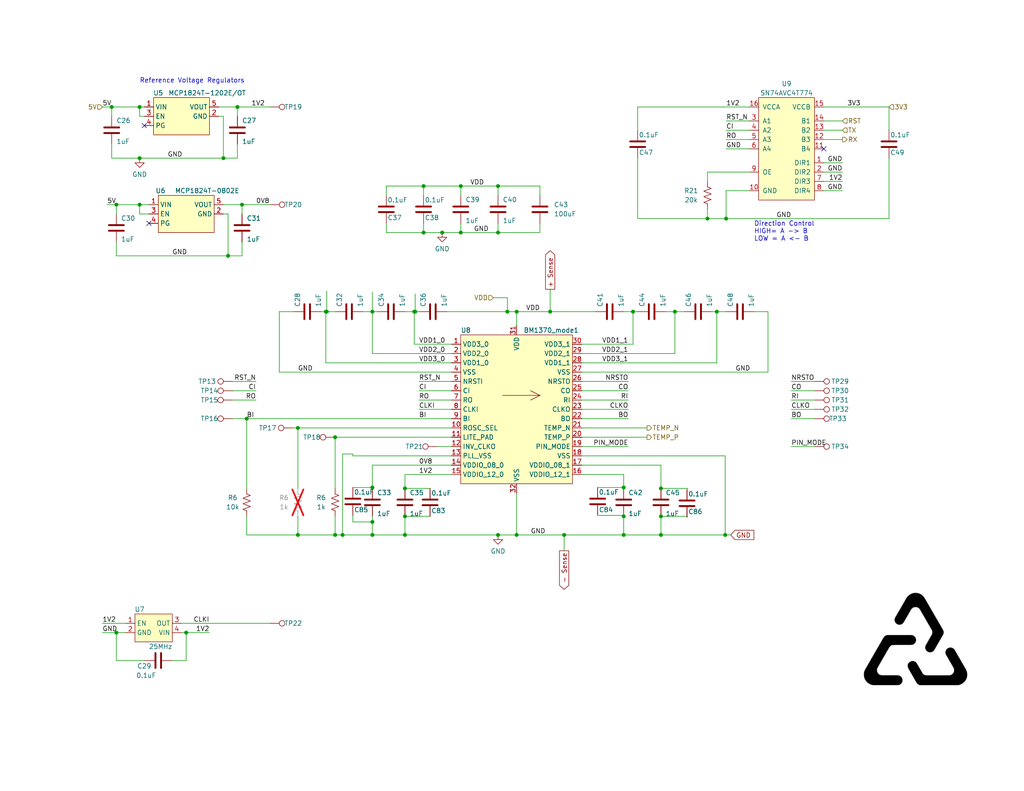
<source format=kicad_sch>
(kicad_sch (version 20250114) (generator "eeschema") (generator_version "9.0")
  (paper "A")
  (title_block (title "bitaxeGamma 605 Kit") (date "2025-12-20") (rev "605 A01") (company "Oconical") (comment 1 "12VDC  input. Larger Parts For Eductional Soldering Kit ") (comment 2 "Uses Socket 115x CPU Heat Sink") (comment 3 "Added external 5V regulator for better dissipatioin of U2") (comment 4 "Added 5V regulator to logic circuit ") (comment 5 "12V fan. Enhanced power filtering."))
  (lib_symbols
    (symbol "Connector:TestPoint" (pin_numbers (hide yes)) (pin_names (offset 0.762) (hide yes))
      (property "Reference" "TP" (at 0 6.858 0))
      (property "Value" "TestPoint" (at 0 5.08 0))
      (symbol "TestPoint_0_1"
        (circle (center 0 3.302) (radius 0.762))
      )
      (symbol "TestPoint_1_1"
        (pin passive line (at 0 0 90) (length 2.54) (name "1") (number "1"))
      )
    )
    (symbol "Device:C" (pin_numbers (hide yes)) (pin_names (offset 0.254))
      (property "Reference" "C" (at 0.635 2.54 0))
      (property "Value" "C" (at 0.635 -2.54 0))
      (symbol "C_0_1"
        (polyline (pts (xy -2.032 0.762) (xy 2.032 0.762)) (stroke (width 0.508)))
        (polyline (pts (xy -2.032 -0.762) (xy 2.032 -0.762)) (stroke (width 0.508)))
      )
      (symbol "C_1_1"
        (pin passive line (at 0 3.81 270) (length 2.794) (name "~") (number "1"))
        (pin passive line (at 0 -3.81 90) (length 2.794) (name "~") (number "2"))
      )
    )
    (symbol "Device:R_US" (pin_numbers (hide yes)) (pin_names (offset 0))
      (property "Reference" "R" (at 2.54 0 90))
      (property "Value" "R_US" (at -2.54 0 90))
      (symbol "R_US_0_1"
        (polyline (pts (xy 0 2.286) (xy 0 2.54)))
        (polyline (pts (xy 0 2.286) (xy 1.016 1.905) (xy 0 1.524) (xy -1.016 1.143) (xy 0 0.762)))
        (polyline (pts (xy 0 0.762) (xy 1.016 0.381) (xy 0 0) (xy -1.016 -0.381) (xy 0 -0.762)))
        (polyline (pts (xy 0 -0.762) (xy 1.016 -1.143) (xy 0 -1.524) (xy -1.016 -1.905) (xy 0 -2.286)))
        (polyline (pts (xy 0 -2.286) (xy 0 -2.54)))
      )
      (symbol "R_US_1_1"
        (pin passive line (at 0 3.81 270) (length 1.27) (name "~") (number "1"))
        (pin passive line (at 0 -3.81 90) (length 1.27) (name "~") (number "2"))
      )
    )
    (symbol "MCP1824_1"
      (property "Reference" "U" (at -7.62 5.08 0))
      (property "Value" "MCP1824_1" (at 5.08 5.08 0))
      (symbol "MCP1824_1_0_1"
        (rectangle (start -7.62 3.81) (end 7.62 -6.35) (stroke (width 0.1524)) (fill (type background)))
      )
      (symbol "MCP1824_1_1_0"
        (pin bidirectional line (at -10.16 1.27 0) (length 2.54) (name "VIN") (number "1"))
        (pin bidirectional line (at -10.16 -1.27 0) (length 2.54) (name "EN") (number "3"))
        (pin bidirectional line (at -10.16 -3.81 0) (length 2.54) (name "PG") (number "4"))
        (pin bidirectional line (at 10.16 1.27 180) (length 2.54) (name "VOUT") (number "5"))
        (pin bidirectional line (at 10.16 -1.27 180) (length 2.54) (name "GND") (number "2"))
      )
    )
    (symbol "bitaxe:BM1370_mode1"
      (property "Reference" "U4" (at -15.24 21.59 0))
      (property "Value" "BM1370_mode1" (at 1.905 21.59 0))
      (symbol "BM1370_mode1_0_1"
        (rectangle (start -15.24 20.32) (end 15.24 -20.32) (fill (type background)))
        (polyline (pts (xy -3.81 3.81) (xy 6.35 3.81)))
        (polyline (pts (xy 3.81 5.08) (xy 6.35 3.81)))
        (polyline (pts (xy 3.81 2.54) (xy 6.35 3.81)))
      )
      (symbol "BM1370_mode1_1_1"
        (pin power_in line (at -17.78 17.78 0) (length 2.54) (name "VDD3_0") (number "1"))
        (pin power_in line (at -17.78 15.24 0) (length 2.54) (name "VDD2_0") (number "2"))
        (pin power_in line (at -17.78 12.7 0) (length 2.54) (name "VDD1_0") (number "3"))
        (pin power_in line (at -17.78 10.16 0) (length 2.54) (name "VSS") (number "4"))
        (pin input line (at -17.78 7.62 0) (length 2.54) (name "NRSTI") (number "5"))
        (pin input line (at -17.78 5.08 0) (length 2.54) (name "CI") (number "6"))
        (pin output line (at -17.78 2.54 0) (length 2.54) (name "RO") (number "7"))
        (pin input line (at -17.78 0 0) (length 2.54) (name "CLKI") (number "8"))
        (pin input line (at -17.78 -2.54 0) (length 2.54) (name "BI") (number "9"))
        (pin unspecified line (at -17.78 -5.08 0) (length 2.54) (name "ROSC_SEL") (number "10"))
        (pin unspecified line (at -17.78 -7.62 0) (length 2.54) (name "LITE_PAD") (number "11"))
        (pin unspecified line (at -17.78 -10.16 0) (length 2.54) (name "INV_CLKO") (number "12"))
        (pin power_in line (at -17.78 -12.7 0) (length 2.54) (name "PLL_VSS") (number "13"))
        (pin power_in line (at -17.78 -15.24 0) (length 2.54) (name "VDDIO_08_0") (number "14"))
        (pin power_in line (at -17.78 -17.78 0) (length 2.54) (name "VDDIO_12_0") (number "15"))
        (pin power_in line (at 0 22.86 270) (length 2.54) (name "VDD") (number "31"))
        (pin power_in line (at 0 -22.86 90) (length 2.54) (name "VSS") (number "32"))
        (pin power_in line (at 17.78 17.78 180) (length 2.54) (name "VDD3_1") (number "30"))
        (pin power_in line (at 17.78 15.24 180) (length 2.54) (name "VDD2_1") (number "29"))
        (pin power_in line (at 17.78 12.7 180) (length 2.54) (name "VDD1_1") (number "28"))
        (pin power_in line (at 17.78 10.16 180) (length 2.54) (name "VSS") (number "27"))
        (pin output line (at 17.78 7.62 180) (length 2.54) (name "NRSTO") (number "26"))
        (pin output line (at 17.78 5.08 180) (length 2.54) (name "CO") (number "25"))
        (pin input line (at 17.78 2.54 180) (length 2.54) (name "RI") (number "24"))
        (pin output line (at 17.78 0 180) (length 2.54) (name "CLKO") (number "23"))
        (pin output line (at 17.78 -2.54 180) (length 2.54) (name "BO") (number "22"))
        (pin unspecified line (at 17.78 -5.08 180) (length 2.54) (name "TEMP_N") (number "21"))
        (pin unspecified line (at 17.78 -7.62 180) (length 2.54) (name "TEMP_P") (number "20"))
        (pin input line (at 17.78 -10.16 180) (length 2.54) (name "PIN_MODE") (number "19"))
        (pin power_in line (at 17.78 -12.7 180) (length 2.54) (name "VSS") (number "18"))
        (pin power_in line (at 17.78 -15.24 180) (length 2.54) (name "VDDIO_08_1") (number "17"))
        (pin power_in line (at 17.78 -17.78 180) (length 2.54) (name "VDDIO_12_1") (number "16"))
      )
    )
    (symbol "bitaxe:MCP1824"
      (property "Reference" "U" (at -7.62 5.08 0))
      (property "Value" "MCP1824" (at 5.08 5.08 0))
      (symbol "MCP1824_0_1"
        (rectangle (start -7.62 3.81) (end 7.62 -6.35) (stroke (width 0.1524)) (fill (type background)))
      )
      (symbol "MCP1824_1_0"
        (pin bidirectional line (at -10.16 1.27 0) (length 2.54) (name "VIN") (number "1"))
        (pin bidirectional line (at -10.16 -1.27 0) (length 2.54) (name "EN") (number "3"))
        (pin bidirectional line (at -10.16 -3.81 0) (length 2.54) (name "PG") (number "4"))
        (pin bidirectional line (at 10.16 1.27 180) (length 2.54) (name "VOUT") (number "5"))
        (pin bidirectional line (at 10.16 -1.27 180) (length 2.54) (name "GND") (number "2"))
      )
    )
    (symbol "bitaxe:SN74AVC4T774" (pin_names (offset 1.016))
      (property "Reference" "U" (at -6.35 12.7 0))
      (property "Value" "SN74AVC4T774" (at -7.62 -19.05 0))
      (symbol "SN74AVC4T774_0_0"
        (rectangle (start -7.62 11.43) (end 7.62 -16.51) (stroke (width 0.1524)) (fill (type background)))
      )
      (symbol "SN74AVC4T774_1_0"
        (pin power_in line (at -10.16 8.89 0) (length 2.54) (name "VCCA") (number "16"))
        (pin bidirectional line (at -10.16 5.08 0) (length 2.54) (name "A1") (number "3"))
        (pin bidirectional line (at -10.16 2.54 0) (length 2.54) (name "A2") (number "4"))
        (pin bidirectional line (at -10.16 0 0) (length 2.54) (name "A3") (number "5"))
        (pin bidirectional line (at -10.16 -2.54 0) (length 2.54) (name "A4") (number "6"))
        (pin input line (at -10.16 -8.89 0) (length 2.54) (name "OE") (number "9"))
        (pin power_in line (at -10.16 -13.97 0) (length 2.54) (name "GND") (number "10"))
        (pin power_in line (at 10.16 8.89 180) (length 2.54) (name "VCCB") (number "15"))
        (pin bidirectional line (at 10.16 5.08 180) (length 2.54) (name "B1") (number "14"))
        (pin bidirectional line (at 10.16 2.54 180) (length 2.54) (name "B2") (number "13"))
        (pin bidirectional line (at 10.16 0 180) (length 2.54) (name "B3") (number "12"))
        (pin bidirectional line (at 10.16 -2.54 180) (length 2.54) (name "B4") (number "11"))
        (pin input line (at 10.16 -6.35 180) (length 2.54) (name "DIR1") (number "1"))
        (pin input line (at 10.16 -8.89 180) (length 2.54) (name "DIR2") (number "2"))
        (pin input line (at 10.16 -11.43 180) (length 2.54) (name "DIR3") (number "7"))
        (pin input line (at 10.16 -13.97 180) (length 2.54) (name "DIR4") (number "8"))
      )
    )
    (symbol "bitaxe:oscillator"
      (property "Reference" "U" (at -3.81 5.08 0))
      (property "Value" "oscillator" (at 0 -5.08 0))
      (symbol "oscillator_0_1"
        (rectangle (start -5.08 3.81) (end 5.08 -3.81) (stroke (width 0.1524)) (fill (type background)))
      )
      (symbol "oscillator_1_0"
        (pin bidirectional line (at -7.62 1.27 0) (length 2.54) (name "EN") (number "1"))
        (pin bidirectional line (at -7.62 -1.27 0) (length 2.54) (name "GND") (number "2"))
        (pin bidirectional line (at 7.62 1.27 180) (length 2.54) (name "OUT") (number "3"))
        (pin bidirectional line (at 7.62 -1.27 180) (length 2.54) (name "VIN") (number "4"))
      )
    )
    (symbol "power:GND" (power) (pin_names (offset 0))
      (property "Value" "GND" (at 0 -3.81 0))
      (symbol "GND_0_1"
        (polyline (pts (xy 0 0) (xy 0 -1.27) (xy 1.27 -1.27) (xy 0 -2.54) (xy -1.27 -1.27) (xy 0 -1.27)))
      )
      (symbol "GND_1_1"
        (pin power_in line (at 0 0 270) (length 0) (hide yes) (name "GND") (number "1"))
      )
    )
  )
  (text "Reference Voltage Regulators" (at 38.1 22.86 0) (effects (font (size 1.27 1.27)) (justify left bottom)))
  (text "Direction Control\nHIGH= A -> B\nLOW = A <- B" (at 205.74 66.04 0) (effects (font (size 1.27 1.27)) (justify left bottom)))
  (junction (at 180.34 146.05))
  (junction (at 184.15 85.09))
  (junction (at 115.57 63.5) (diameter 0.9144))
  (junction (at 180.34 133.35))
  (junction (at 197.866 146.05))
  (junction (at 38.1 43.18))
  (junction (at 67.31 114.3))
  (junction (at 30.48 29.21) (diameter 0.9144))
  (junction (at 110.49 140.97))
  (junction (at 125.73 50.8) (diameter 0.9144))
  (junction (at 135.89 50.8))
  (junction (at 38.1 55.88))
  (junction (at 135.89 63.5))
  (junction (at 81.28 116.84))
  (junction (at 120.65 63.5))
  (junction (at 101.6 142.494))
  (junction (at 62.23 69.85) (diameter 0.9144))
  (junction (at 101.6 85.09))
  (junction (at 101.6 146.05))
  (junction (at 150.114 85.09))
  (junction (at 91.44 119.38))
  (junction (at 180.34 140.97))
  (junction (at 113.03 85.09))
  (junction (at 110.49 146.05))
  (junction (at 101.6 133.096))
  (junction (at 64.77 29.21) (diameter 0.9144))
  (junction (at 110.49 133.35))
  (junction (at 50.8 172.72))
  (junction (at 138.43 85.09))
  (junction (at 135.89 146.05))
  (junction (at 91.44 146.05))
  (junction (at 31.75 55.88) (diameter 0.9144))
  (junction (at 125.73 63.5) (diameter 0.9144))
  (junction (at 198.12 59.69))
  (junction (at 170.18 146.05))
  (junction (at 172.72 85.09))
  (junction (at 81.28 146.05))
  (junction (at 170.18 140.97))
  (junction (at 60.96 43.18) (diameter 0.9144))
  (junction (at 195.58 85.09))
  (junction (at 38.1 29.21))
  (junction (at 88.9 85.09))
  (junction (at 170.18 133.096))
  (junction (at 193.04 59.69))
  (junction (at 140.97 85.09))
  (junction (at 89.154 85.09))
  (junction (at 113.284 85.09))
  (junction (at 31.75 172.72))
  (junction (at 115.57 50.8) (diameter 0.9144))
  (junction (at 140.97 146.05))
  (junction (at 93.472 146.05))
  (junction (at 153.924 146.05))
  (junction (at 66.04 55.88) (diameter 0.9144))
  (no_connect (at 40.64 60.96))
  (no_connect (at 224.79 40.64))
  (no_connect (at 39.37 34.29))
  (wire (pts (xy 101.6 142.494) (xy 101.6 146.05)))
  (wire (pts (xy 89.154 79.502) (xy 89.154 85.09)))
  (wire (pts (xy 31.75 180.34) (xy 31.75 172.72)))
  (wire (pts (xy 180.34 146.05) (xy 197.866 146.05)))
  (wire (pts (xy 101.6 127) (xy 123.19 127)))
  (wire (pts (xy 105.41 60.96) (xy 105.41 63.5)))
  (wire (pts (xy 110.49 129.54) (xy 110.49 133.35)))
  (wire (pts (xy 242.57 29.21) (xy 242.57 35.56)))
  (wire (pts (xy 88.9 99.06) (xy 88.9 85.09)))
  (wire (pts (xy 187.706 133.35) (xy 180.34 133.35)))
  (wire (pts (xy 198.12 59.69) (xy 242.57 59.69)))
  (wire (pts (xy 140.97 134.62) (xy 140.97 146.05)))
  (wire (pts (xy 134.62 81.28) (xy 138.43 81.28)))
  (wire (pts (xy 91.44 140.97) (xy 91.44 146.05)))
  (wire (pts (xy 215.9 114.3) (xy 222.25 114.3)))
  (wire (pts (xy 125.73 53.34) (xy 125.73 50.8)))
  (wire (pts (xy 115.57 63.5) (xy 105.41 63.5)))
  (wire (pts (xy 195.58 99.06) (xy 195.58 85.09)))
  (wire (pts (xy 198.12 52.07) (xy 198.12 59.69)))
  (wire (pts (xy 114.3 104.14) (xy 123.19 104.14)))
  (wire (pts (xy 110.49 85.09) (xy 113.03 85.09)))
  (wire (pts (xy 101.6 133.096) (xy 101.6 133.35)))
  (wire (pts (xy 117.348 133.35) (xy 110.49 133.35)))
  (wire (pts (xy 158.75 121.92) (xy 171.45 121.92)))
  (wire (pts (xy 150.114 85.09) (xy 140.97 85.09)))
  (wire (pts (xy 64.77 39.37) (xy 64.77 43.18)))
  (wire (pts (xy 158.75 124.46) (xy 197.866 124.46)))
  (wire (pts (xy 158.75 93.98) (xy 172.72 93.98)))
  (wire (pts (xy 81.28 146.05) (xy 91.44 146.05)))
  (wire (pts (xy 60.96 31.75) (xy 59.69 31.75)))
  (wire (pts (xy 31.75 55.88) (xy 38.1 55.88)))
  (wire (pts (xy 158.75 104.14) (xy 171.45 104.14)))
  (wire (pts (xy 163.322 140.716) (xy 170.18 140.716)))
  (wire (pts (xy 113.03 85.09) (xy 113.284 85.09)))
  (wire (pts (xy 101.6 127) (xy 101.6 133.096)))
  (wire (pts (xy 76.2 101.6) (xy 76.2 85.09)))
  (wire (pts (xy 93.472 146.05) (xy 101.6 146.05)))
  (wire (pts (xy 101.6 146.05) (xy 110.49 146.05)))
  (wire (pts (xy 162.56 85.09) (xy 150.114 85.09)))
  (wire (pts (xy 184.15 85.09) (xy 186.69 85.09)))
  (wire (pts (xy 46.99 180.34) (xy 50.8 180.34)))
  (wire (pts (xy 209.55 85.09) (xy 205.74 85.09)))
  (wire (pts (xy 115.57 53.34) (xy 115.57 50.8)))
  (wire (pts (xy 197.866 124.46) (xy 197.866 146.05)))
  (wire (pts (xy 99.06 85.09) (xy 101.6 85.09)))
  (wire (pts (xy 62.23 58.42) (xy 60.96 58.42)))
  (wire (pts (xy 135.89 60.96) (xy 135.89 63.5)))
  (wire (pts (xy 193.04 59.69) (xy 193.04 57.15)))
  (wire (pts (xy 242.57 43.18) (xy 242.57 59.69)))
  (wire (pts (xy 150.114 78.994) (xy 150.114 85.09)))
  (wire (pts (xy 89.154 85.09) (xy 91.44 85.09)))
  (wire (pts (xy 180.34 127) (xy 180.34 133.35)))
  (wire (pts (xy 64.77 43.18) (xy 60.96 43.18)))
  (wire (pts (xy 31.75 66.04) (xy 31.75 69.85)))
  (wire (pts (xy 158.75 109.22) (xy 171.45 109.22)))
  (wire (pts (xy 153.924 150.368) (xy 153.924 146.05)))
  (wire (pts (xy 172.72 93.98) (xy 172.72 85.09)))
  (wire (pts (xy 50.8 172.72) (xy 57.15 172.72)))
  (wire (pts (xy 147.32 60.96) (xy 147.32 63.5)))
  (wire (pts (xy 158.75 96.52) (xy 184.15 96.52)))
  (wire (pts (xy 31.75 55.88) (xy 31.75 58.42)))
  (wire (pts (xy 67.31 140.97) (xy 67.31 146.05)))
  (wire (pts (xy 209.55 101.6) (xy 209.55 85.09)))
  (wire (pts (xy 62.23 69.85) (xy 31.75 69.85)))
  (wire (pts (xy 66.04 66.04) (xy 66.04 69.85)))
  (wire (pts (xy 96.266 142.494) (xy 101.6 142.494)))
  (wire (pts (xy 224.79 35.56) (xy 229.87 35.56)))
  (wire (pts (xy 66.04 55.88) (xy 73.66 55.88)))
  (wire (pts (xy 215.9 106.68) (xy 222.25 106.68)))
  (wire (pts (xy 81.28 140.97) (xy 81.28 146.05)))
  (wire (pts (xy 50.8 180.34) (xy 50.8 172.72)))
  (wire (pts (xy 135.89 50.8) (xy 147.32 50.8)))
  (wire (pts (xy 113.03 93.98) (xy 123.19 93.98)))
  (wire (pts (xy 66.04 69.85) (xy 62.23 69.85)))
  (wire (pts (xy 67.31 114.3) (xy 123.19 114.3)))
  (wire (pts (xy 38.1 58.42) (xy 38.1 55.88)))
  (wire (pts (xy 114.3 106.68) (xy 123.19 106.68)))
  (wire (pts (xy 30.48 39.37) (xy 30.48 43.18)))
  (wire (pts (xy 38.1 29.21) (xy 39.37 29.21)))
  (wire (pts (xy 115.57 60.96) (xy 115.57 63.5)))
  (wire (pts (xy 96.266 133.096) (xy 101.6 133.096)))
  (wire (pts (xy 121.92 85.09) (xy 138.43 85.09)))
  (wire (pts (xy 120.65 63.5) (xy 115.57 63.5)))
  (wire (pts (xy 62.23 58.42) (xy 62.23 69.85)))
  (wire (pts (xy 87.63 85.09) (xy 88.9 85.09)))
  (wire (pts (xy 101.6 79.756) (xy 101.6 85.09)))
  (wire (pts (xy 91.44 119.38) (xy 91.44 133.35)))
  (wire (pts (xy 158.75 99.06) (xy 195.58 99.06)))
  (wire (pts (xy 123.19 101.6) (xy 76.2 101.6)))
  (wire (pts (xy 96.266 124.46) (xy 123.19 124.46)))
  (wire (pts (xy 101.6 96.52) (xy 123.19 96.52)))
  (wire (pts (xy 81.28 116.84) (xy 123.19 116.84)))
  (wire (pts (xy 180.34 140.97) (xy 187.452 140.97)))
  (wire (pts (xy 88.9 99.06) (xy 123.19 99.06)))
  (wire (pts (xy 138.43 81.28) (xy 138.43 85.09)))
  (wire (pts (xy 158.75 127) (xy 180.34 127)))
  (wire (pts (xy 38.1 31.75) (xy 39.37 31.75)))
  (wire (pts (xy 113.284 80.264) (xy 113.284 85.09)))
  (wire (pts (xy 215.9 121.92) (xy 222.25 121.92)))
  (wire (pts (xy 125.73 60.96) (xy 125.73 63.5)))
  (wire (pts (xy 224.79 38.1) (xy 229.87 38.1)))
  (wire (pts (xy 81.28 146.05) (xy 67.31 146.05)))
  (wire (pts (xy 181.61 85.09) (xy 184.15 85.09)))
  (wire (pts (xy 31.75 172.72) (xy 34.29 172.72)))
  (wire (pts (xy 193.04 46.99) (xy 193.04 49.53)))
  (wire (pts (xy 224.79 46.99) (xy 229.87 46.99)))
  (wire (pts (xy 158.75 129.54) (xy 170.18 129.54)))
  (wire (pts (xy 101.6 140.97) (xy 101.6 142.494)))
  (wire (pts (xy 158.75 114.3) (xy 171.45 114.3)))
  (wire (pts (xy 215.9 111.76) (xy 222.25 111.76)))
  (wire (pts (xy 224.79 29.21) (xy 242.57 29.21)))
  (wire (pts (xy 158.75 106.68) (xy 171.45 106.68)))
  (wire (pts (xy 38.1 55.88) (xy 40.64 55.88)))
  (wire (pts (xy 158.75 101.6) (xy 209.55 101.6)))
  (wire (pts (xy 198.12 35.56) (xy 204.47 35.56)))
  (wire (pts (xy 60.96 31.75) (xy 60.96 43.18)))
  (wire (pts (xy 110.49 129.54) (xy 123.19 129.54)))
  (wire (pts (xy 110.49 140.97) (xy 110.49 146.05)))
  (wire (pts (xy 204.47 46.99) (xy 193.04 46.99)))
  (wire (pts (xy 105.41 53.34) (xy 105.41 50.8)))
  (wire (pts (xy 60.96 55.88) (xy 66.04 55.88)))
  (wire (pts (xy 63.5 106.68) (xy 69.85 106.68)))
  (wire (pts (xy 170.18 140.97) (xy 170.18 146.05)))
  (wire (pts (xy 197.866 146.05) (xy 199.39 146.05)))
  (wire (pts (xy 198.12 33.02) (xy 204.47 33.02)))
  (wire (pts (xy 195.58 85.09) (xy 198.12 85.09)))
  (wire (pts (xy 170.18 85.09) (xy 172.72 85.09)))
  (wire (pts (xy 30.48 29.21) (xy 38.1 29.21)))
  (wire (pts (xy 27.94 29.21) (xy 30.48 29.21)))
  (wire (pts (xy 224.79 44.45) (xy 229.87 44.45)))
  (wire (pts (xy 153.924 146.05) (xy 170.18 146.05)))
  (wire (pts (xy 158.75 116.84) (xy 176.53 116.84)))
  (wire (pts (xy 30.48 29.21) (xy 30.48 31.75)))
  (wire (pts (xy 27.94 170.18) (xy 34.29 170.18)))
  (wire (pts (xy 125.73 63.5) (xy 120.65 63.5)))
  (wire (pts (xy 123.19 119.38) (xy 91.44 119.38)))
  (wire (pts (xy 96.266 140.716) (xy 96.266 142.494)))
  (wire (pts (xy 38.1 58.42) (xy 40.64 58.42)))
  (wire (pts (xy 119.38 121.92) (xy 123.19 121.92)))
  (wire (pts (xy 173.99 43.18) (xy 173.99 59.69)))
  (wire (pts (xy 101.6 96.52) (xy 101.6 85.09)))
  (wire (pts (xy 173.99 29.21) (xy 204.47 29.21)))
  (wire (pts (xy 29.21 55.88) (xy 31.75 55.88)))
  (wire (pts (xy 224.79 33.02) (xy 229.87 33.02)))
  (wire (pts (xy 224.79 49.53) (xy 229.87 49.53)))
  (wire (pts (xy 101.6 85.09) (xy 102.87 85.09)))
  (wire (pts (xy 115.57 50.8) (xy 125.73 50.8)))
  (wire (pts (xy 59.69 29.21) (xy 64.77 29.21)))
  (wire (pts (xy 170.18 133.096) (xy 170.18 133.35)))
  (wire (pts (xy 173.99 59.69) (xy 193.04 59.69)))
  (wire (pts (xy 49.53 172.72) (xy 50.8 172.72)))
  (wire (pts (xy 76.2 85.09) (xy 80.01 85.09)))
  (wire (pts (xy 93.472 123.952) (xy 93.472 146.05)))
  (wire (pts (xy 215.9 109.22) (xy 222.25 109.22)))
  (wire (pts (xy 170.18 129.54) (xy 170.18 133.096)))
  (wire (pts (xy 198.12 38.1) (xy 204.47 38.1)))
  (wire (pts (xy 113.284 85.09) (xy 114.3 85.09)))
  (wire (pts (xy 110.49 140.97) (xy 117.348 140.97)))
  (wire (pts (xy 114.3 109.22) (xy 123.19 109.22)))
  (wire (pts (xy 194.31 85.09) (xy 195.58 85.09)))
  (wire (pts (xy 27.94 172.72) (xy 31.75 172.72)))
  (wire (pts (xy 158.75 119.38) (xy 176.53 119.38)))
  (wire (pts (xy 198.12 40.64) (xy 204.47 40.64)))
  (wire (pts (xy 64.77 29.21) (xy 64.77 31.75)))
  (wire (pts (xy 38.1 43.18) (xy 30.48 43.18)))
  (wire (pts (xy 135.89 53.34) (xy 135.89 50.8)))
  (wire (pts (xy 67.31 114.3) (xy 67.31 133.35)))
  (wire (pts (xy 170.18 146.05) (xy 180.34 146.05)))
  (wire (pts (xy 140.97 85.09) (xy 140.97 88.9)))
  (wire (pts (xy 113.03 85.09) (xy 113.03 93.98)))
  (wire (pts (xy 140.97 146.05) (xy 153.924 146.05)))
  (wire (pts (xy 96.266 123.952) (xy 96.266 124.46)))
  (wire (pts (xy 198.12 59.69) (xy 193.04 59.69)))
  (wire (pts (xy 66.04 55.88) (xy 66.04 58.42)))
  (wire (pts (xy 147.32 53.34) (xy 147.32 50.8)))
  (wire (pts (xy 88.9 85.09) (xy 89.154 85.09)))
  (wire (pts (xy 64.77 29.21) (xy 73.66 29.21)))
  (wire (pts (xy 163.068 133.096) (xy 170.18 133.096)))
  (wire (pts (xy 110.49 146.05) (xy 135.89 146.05)))
  (wire (pts (xy 38.1 31.75) (xy 38.1 29.21)))
  (wire (pts (xy 114.3 111.76) (xy 123.19 111.76)))
  (wire (pts (xy 173.99 29.21) (xy 173.99 35.56)))
  (wire (pts (xy 224.79 52.07) (xy 229.87 52.07)))
  (wire (pts (xy 135.89 146.05) (xy 140.97 146.05)))
  (wire (pts (xy 96.266 123.952) (xy 93.472 123.952)))
  (wire (pts (xy 81.28 116.84) (xy 81.28 133.35)))
  (wire (pts (xy 170.18 140.716) (xy 170.18 140.97)))
  (wire (pts (xy 125.73 50.8) (xy 135.89 50.8)))
  (wire (pts (xy 172.72 85.09) (xy 173.99 85.09)))
  (wire (pts (xy 215.9 104.14) (xy 222.25 104.14)))
  (wire (pts (xy 63.5 109.22) (xy 69.85 109.22)))
  (wire (pts (xy 91.44 146.05) (xy 93.472 146.05)))
  (wire (pts (xy 105.41 50.8) (xy 115.57 50.8)))
  (wire (pts (xy 39.37 180.34) (xy 31.75 180.34)))
  (wire (pts (xy 204.47 52.07) (xy 198.12 52.07)))
  (wire (pts (xy 184.15 96.52) (xy 184.15 85.09)))
  (wire (pts (xy 158.75 111.76) (xy 171.45 111.76)))
  (wire (pts (xy 135.89 63.5) (xy 125.73 63.5)))
  (wire (pts (xy 63.5 114.3) (xy 67.31 114.3)))
  (wire (pts (xy 49.53 170.18) (xy 73.66 170.18)))
  (wire (pts (xy 80.01 116.84) (xy 81.28 116.84)))
  (wire (pts (xy 63.5 104.14) (xy 69.85 104.14)))
  (wire (pts (xy 138.43 85.09) (xy 140.97 85.09)))
  (wire (pts (xy 180.34 140.97) (xy 180.34 146.05)))
  (wire (pts (xy 60.96 43.18) (xy 38.1 43.18)))
  (wire (pts (xy 135.89 63.5) (xy 147.32 63.5)))
  (image (at 247.904 174.498) (scale 0.788388))
  (label "GND" (at 45.72 43.18 0))
  (label "RST_N" (at 69.85 104.14 180))
  (label "GND" (at 229.87 46.99 180))
  (label "1V2" (at 114.3 129.54 0))
  (label "1V2" (at 68.58 29.21 0))
  (label "BI" (at 67.31 114.3 0))
  (label "GND" (at 27.94 172.72 0))
  (label "CLKO" (at 171.45 111.76 180))
  (label "RST_N" (at 114.3 104.14 0))
  (label "5V" (at 29.21 55.88 0))
  (label "RO" (at 114.3 109.22 0))
  (label "0V8" (at 69.85 55.88 0))
  (label "CO" (at 215.9 106.68 0))
  (label "GND" (at 144.78 146.05 0))
  (label "BO" (at 215.9 114.3 0))
  (label "GND" (at 198.12 40.64 0))
  (label "5V" (at 27.94 29.21 0))
  (label "CI" (at 198.12 35.56 0))
  (label "GND" (at 229.87 52.07 180))
  (label "PIN_MODE" (at 215.9 121.92 0))
  (label "1V2" (at 229.87 49.53 180))
  (label "CI" (at 69.85 106.68 180))
  (label "1V2" (at 27.94 170.18 0))
  (label "RO" (at 198.12 38.1 0))
  (label "NRSTO" (at 215.9 104.14 0))
  (label "PIN_MODE" (at 171.45 121.92 180))
  (label "0V8" (at 114.3 127 0))
  (label "GND" (at 46.99 69.85 0))
  (label "VDD3_1" (at 171.45 99.06 180))
  (label "VDD2_1" (at 171.45 96.52 180))
  (label "RI" (at 215.9 109.22 0))
  (label "RST_N" (at 198.12 33.02 0))
  (label "CLKI" (at 114.3 111.76 0))
  (label "1V2" (at 198.12 29.21 0))
  (label "CO" (at 171.45 106.68 180))
  (label "VDD1_0" (at 114.3 93.98 0))
  (label "VDD3_0" (at 114.3 99.06 0))
  (label "CLKO" (at 215.9 111.76 0))
  (label "CLKI" (at 57.15 170.18 180))
  (label "3V3" (at 231.14 29.21 0))
  (label "RO" (at 69.85 109.22 180))
  (label "VDD1_1" (at 171.45 93.98 180))
  (label "GND" (at 81.28 101.6 0))
  (label "VDD" (at 143.51 85.09 0))
  (label "BO" (at 171.45 114.3 180))
  (label "GND" (at 215.9 59.69 180))
  (label "RI" (at 171.45 109.22 180))
  (label "1V2" (at 57.15 172.72 180))
  (label "VDD2_0" (at 114.3 96.52 0))
  (label "NRSTO" (at 171.45 104.14 180))
  (label "GND" (at 200.66 101.6 0))
  (label "GND" (at 133.35 63.5 180))
  (label "GND" (at 229.87 44.45 180))
  (label "CI" (at 114.3 106.68 0))
  (label "VDD" (at 128.27 50.8 0))
  (label "BI" (at 114.3 114.3 0))
  (global_label "+ Sense" (shape output) (at 150.114 78.994 90) (property "Intersheetrefs" "${INTERSHEET_REFS}" (effects (hide yes))))
  (global_label "GND" (shape input) (at 199.39 146.05 0) (property "Intersheetrefs" "${INTERSHEET_REFS}" (effects (hide yes))))
  (global_label "- Sense" (shape output) (at 153.924 150.368 270) (property "Intersheetrefs" "${INTERSHEET_REFS}" (effects (hide yes))))
  (hierarchical_label "5V" (shape input) (at 27.94 29.21 180))
  (hierarchical_label "TEMP_N" (shape output) (at 176.53 116.84 0))
  (hierarchical_label "3V3" (shape input) (at 242.57 29.21 0))
  (hierarchical_label "TX" (shape input) (at 229.87 35.56 0))
  (hierarchical_label "RX" (shape output) (at 229.87 38.1 0))
  (hierarchical_label "VDD" (shape input) (at 134.62 81.28 180))
  (hierarchical_label "RST" (shape input) (at 229.87 33.02 0))
  (hierarchical_label "TEMP_P" (shape output) (at 176.53 119.38 0))
  (symbol (lib_id "Device:C") (at 66.04 62.23 0) (unit 1)
    (property "Reference" "C31" (at 67.31 60.325 0) (effects (justify left bottom)))
    (property "Value" "1uF" (at 67.31 66.04 0) (effects (justify left bottom)))
    (property "Footprint" "Capacitor_SMD:C_0805_2012Metric_Pad1.18x1.45mm_HandSolder" (effects (hide yes)))
    (property "Datasheet" "https://www.niccomp.com/wp-content/uploads/catalog/nmchc.pdf" (effects (hide yes)))
    (property "Description" "CAP SMT08051F25VDC" (effects (hide yes)))
    (property "DK" "NMC0805X7R105K25TRPLPFCT-ND" (effects (hide yes)))
    (property "PARTNO" "NMC0805X7R105K25TRPLPF" (effects (hide yes)))
  )
  (symbol (lib_id "Device:C") (at 170.18 137.16 0) (unit 1)
    (property "Reference" "C42" (at 171.45 135.255 0) (effects (justify left bottom)))
    (property "Value" "1uF" (at 171.45 140.97 0) (effects (justify left bottom)))
    (property "Footprint" "Capacitor_SMD:C_0805_2012Metric_Pad1.18x1.45mm_HandSolder" (effects (hide yes)))
    (property "Datasheet" "https://www.niccomp.com/wp-content/uploads/catalog/nmchc.pdf" (effects (hide yes)))
    (property "Description" "CAP SMT08051F25VDC" (effects (hide yes)))
    (property "DK" "NMC0805X7R105K25TRPLPFCT-ND" (effects (hide yes)))
    (property "PARTNO" "NMC0805X7R105K25TRPLPF" (effects (hide yes)))
  )
  (symbol (lib_id "Device:C") (at 30.48 35.56 0) (unit 1)
    (property "Reference" "C26" (at 31.75 33.655 0) (effects (justify left bottom)))
    (property "Value" "1uF" (at 31.75 39.37 0) (effects (justify left bottom)))
    (property "Footprint" "Capacitor_SMD:C_0805_2012Metric_Pad1.18x1.45mm_HandSolder" (effects (hide yes)))
    (property "Datasheet" "https://www.niccomp.com/wp-content/uploads/catalog/nmchc.pdf" (effects (hide yes)))
    (property "Description" "CAP SMT08051F25VDC" (effects (hide yes)))
    (property "DK" "NMC0805X7R105K25TRPLPFCT-ND" (effects (hide yes)))
    (property "PARTNO" "NMC0805X7R105K25TRPLPF" (effects (hide yes)))
  )
  (symbol (lib_id "Connector:TestPoint") (at 222.25 114.3 270) (unit 1) (in_bom no)
    (property "Reference" "TP33" (at 228.6 114.3 90))
    (property "Value" "TestPoint" (effects (hide yes)))
    (property "Footprint" "TestPoint:TestPoint_Pad_D1.5mm" (effects (hide yes)))
  )
  (symbol (lib_id "Connector:TestPoint") (at 222.25 109.22 270) (unit 1) (in_bom no)
    (property "Reference" "TP31" (at 229.235 109.22 90))
    (property "Value" "TestPoint" (effects (hide yes)))
    (property "Footprint" "TestPoint:TestPoint_Pad_D1.5mm" (effects (hide yes)))
  )
  (symbol (lib_id "Device:C") (at 187.452 137.414 0) (unit 1)
    (property "Reference" "C86" (at 189.738 139.7 0))
    (property "Value" "0.1uF" (at 190.5 134.874 0))
    (property "Footprint" "Capacitor_SMD:C_1206_3216Metric_Pad1.33x1.80mm_HandSolder" (effects (hide yes)))
    (property "Description" "CAP1206 COG .1UF 5% 50V" (effects (hide yes)))
    (property "DK" "4713-GMC31CG104J50NTCT" (effects (hide yes)))
    (property "PARTNO" "GMC31CG104J50NT" (effects (hide yes)))
  )
  (symbol (lib_id "Connector:TestPoint") (at 222.25 111.76 270) (unit 1) (in_bom no)
    (property "Reference" "TP32" (at 229.235 111.76 90))
    (property "Value" "TestPoint" (effects (hide yes)))
    (property "Footprint" "TestPoint:TestPoint_Pad_D1.5mm" (effects (hide yes)))
  )
  (symbol (lib_id "Device:C") (at 166.37 85.09 90) (unit 1)
    (property "Reference" "C41" (at 164.465 83.82 0) (effects (justify left bottom)))
    (property "Value" "1uF" (at 170.18 83.82 0) (effects (justify left bottom)))
    (property "Footprint" "Capacitor_SMD:C_0805_2012Metric_Pad1.18x1.45mm_HandSolder" (effects (hide yes)))
    (property "Datasheet" "https://www.niccomp.com/wp-content/uploads/catalog/nmchc.pdf" (effects (hide yes)))
    (property "Description" "CAP SMT08051F25VDC" (effects (hide yes)))
    (property "DK" "NMC0805X7R105K25TRPLPFCT-ND" (effects (hide yes)))
    (property "PARTNO" "NMC0805X7R105K25TRPLPF" (effects (hide yes)))
  )
  (symbol (lib_id "Device:C") (at 190.5 85.09 90) (unit 1)
    (property "Reference" "C46" (at 188.595 83.82 0) (effects (justify left bottom)))
    (property "Value" "1uF" (at 194.31 83.82 0) (effects (justify left bottom)))
    (property "Footprint" "Capacitor_SMD:C_0805_2012Metric_Pad1.18x1.45mm_HandSolder" (effects (hide yes)))
    (property "Datasheet" "https://www.niccomp.com/wp-content/uploads/catalog/nmchc.pdf" (effects (hide yes)))
    (property "Description" "CAP SMT08051F25VDC" (effects (hide yes)))
    (property "DK" "NMC0805X7R105K25TRPLPFCT-ND" (effects (hide yes)))
    (property "PARTNO" "NMC0805X7R105K25TRPLPF" (effects (hide yes)))
  )
  (symbol (lib_id "Device:C") (at 110.49 137.16 0) (unit 1)
    (property "Reference" "C35" (at 111.76 135.255 0) (effects (justify left bottom)))
    (property "Value" "1uF" (at 111.76 140.97 0) (effects (justify left bottom)))
    (property "Footprint" "Capacitor_SMD:C_0805_2012Metric_Pad1.18x1.45mm_HandSolder" (effects (hide yes)))
    (property "Datasheet" "https://www.niccomp.com/wp-content/uploads/catalog/nmchc.pdf" (effects (hide yes)))
    (property "Description" "CAP SMT08051F25VDC" (effects (hide yes)))
    (property "DK" "NMC0805X7R105K25TRPLPFCT-ND" (effects (hide yes)))
    (property "PARTNO" "NMC0805X7R105K25TRPLPF" (effects (hide yes)))
  )
  (symbol (lib_id "Device:C") (at 101.6 137.16 0) (unit 1)
    (property "Reference" "C33" (at 102.87 135.255 0) (effects (justify left bottom)))
    (property "Value" "1uF" (at 102.87 140.97 0) (effects (justify left bottom)))
    (property "Footprint" "Capacitor_SMD:C_0805_2012Metric_Pad1.18x1.45mm_HandSolder" (effects (hide yes)))
    (property "Datasheet" "https://www.niccomp.com/wp-content/uploads/catalog/nmchc.pdf" (effects (hide yes)))
    (property "Description" "CAP SMT08051F25VDC" (effects (hide yes)))
    (property "DK" "NMC0805X7R105K25TRPLPFCT-ND" (effects (hide yes)))
    (property "PARTNO" "NMC0805X7R105K25TRPLPF" (effects (hide yes)))
  )
  (symbol (lib_id "power:GND") (at 135.89 146.05 0) (mirror y) (unit 1)
    (property "Reference" "#PWR02" (effects (hide yes)))
    (property "Value" "GND" (at 135.89 150.495 0))
  )
  (symbol (lib_id "Device:C") (at 118.11 85.09 90) (unit 1)
    (property "Reference" "C36" (at 116.205 83.82 0) (effects (justify left bottom)))
    (property "Value" "1uF" (at 121.92 83.82 0) (effects (justify left bottom)))
    (property "Footprint" "Capacitor_SMD:C_0805_2012Metric_Pad1.18x1.45mm_HandSolder" (effects (hide yes)))
    (property "Datasheet" "https://www.niccomp.com/wp-content/uploads/catalog/nmchc.pdf" (effects (hide yes)))
    (property "Description" "CAP SMT08051F25VDC" (effects (hide yes)))
    (property "DK" "NMC0805X7R105K25TRPLPFCT-ND" (effects (hide yes)))
    (property "PARTNO" "NMC0805X7R105K25TRPLPF" (effects (hide yes)))
  )
  (symbol (lib_id "Device:C") (at 105.41 57.15 0) (unit 1)
    (property "Reference" "C37" (at 107.696 59.436 0))
    (property "Value" "0.1uF" (at 108.458 54.61 0))
    (property "Footprint" "Capacitor_SMD:C_1206_3216Metric_Pad1.33x1.80mm_HandSolder" (effects (hide yes)))
    (property "Description" "CAP1206 COG .1UF 5% 50V" (effects (hide yes)))
    (property "DK" "4713-GMC31CG104J50NTCT" (effects (hide yes)))
    (property "PARTNO" "GMC31CG104J50NT" (effects (hide yes)))
  )
  (symbol (lib_id "Device:R_US") (at 193.04 53.34 180) (unit 1)
    (property "Reference" "R21" (at 188.595 52.07 0))
    (property "Value" "20k" (at 188.595 54.61 0))
    (property "Footprint" "Resistor_SMD:R_0805_2012Metric_Pad1.20x1.40mm_HandSolder" (effects (hide yes)))
    (property "DK" "TNP20.0KABCT-ND" (effects (hide yes)))
    (property "PARTNO" "TNPW080520K0BEEA" (effects (hide yes)))
  )
  (symbol (lib_id "Device:R_US") (at 81.28 137.16 180) (unit 1) (in_bom no) (dnp yes)
    (property "Reference" "R6" (at 77.47 135.89 0))
    (property "Value" "1k" (at 77.47 138.43 0))
    (property "Footprint" "Resistor_SMD:R_0402_1005Metric" (effects (hide yes)))
    (property "DK" "311-1.00KLRCT-ND" (effects (hide yes)))
    (property "PARTNO" "RC0402FR-071KL" (effects (hide yes)))
  )
  (symbol (lib_id "Device:C") (at 64.77 35.56 0) (unit 1)
    (property "Reference" "C27" (at 66.04 33.655 0) (effects (justify left bottom)))
    (property "Value" "1uF" (at 66.04 39.37 0) (effects (justify left bottom)))
    (property "Footprint" "Capacitor_SMD:C_0805_2012Metric_Pad1.18x1.45mm_HandSolder" (effects (hide yes)))
    (property "Datasheet" "https://www.niccomp.com/wp-content/uploads/catalog/nmchc.pdf" (effects (hide yes)))
    (property "Description" "CAP SMT08051F25VDC" (effects (hide yes)))
    (property "DK" "NMC0805X7R105K25TRPLPFCT-ND" (effects (hide yes)))
    (property "PARTNO" "NMC0805X7R105K25TRPLPF" (effects (hide yes)))
  )
  (symbol (lib_id "Device:C") (at 106.68 85.09 90) (unit 1)
    (property "Reference" "C34" (at 104.775 83.82 0) (effects (justify left bottom)))
    (property "Value" "1uF" (at 110.49 83.82 0) (effects (justify left bottom)))
    (property "Footprint" "Capacitor_SMD:C_0805_2012Metric_Pad1.18x1.45mm_HandSolder" (effects (hide yes)))
    (property "Datasheet" "https://www.niccomp.com/wp-content/uploads/catalog/nmchc.pdf" (effects (hide yes)))
    (property "Description" "CAP SMT08051F25VDC" (effects (hide yes)))
    (property "DK" "NMC0805X7R105K25TRPLPFCT-ND" (effects (hide yes)))
    (property "PARTNO" "NMC0805X7R105K25TRPLPF" (effects (hide yes)))
  )
  (symbol (lib_id "Device:C") (at 173.99 39.37 0) (unit 1)
    (property "Reference" "C47" (at 176.276 41.656 0))
    (property "Value" "0.1uF" (at 177.038 36.83 0))
    (property "Footprint" "Capacitor_SMD:C_1206_3216Metric_Pad1.33x1.80mm_HandSolder" (effects (hide yes)))
    (property "Description" "CAP1206 COG .1UF 5% 50V" (effects (hide yes)))
    (property "DK" "4713-GMC31CG104J50NTCT" (effects (hide yes)))
    (property "PARTNO" "GMC31CG104J50NT" (effects (hide yes)))
  )
  (symbol (lib_id "Device:C") (at 177.8 85.09 90) (unit 1)
    (property "Reference" "C44" (at 175.895 83.82 0) (effects (justify left bottom)))
    (property "Value" "1uF" (at 181.61 83.82 0) (effects (justify left bottom)))
    (property "Footprint" "Capacitor_SMD:C_0805_2012Metric_Pad1.18x1.45mm_HandSolder" (effects (hide yes)))
    (property "Datasheet" "https://www.niccomp.com/wp-content/uploads/catalog/nmchc.pdf" (effects (hide yes)))
    (property "Description" "CAP SMT08051F25VDC" (effects (hide yes)))
    (property "DK" "NMC0805X7R105K25TRPLPFCT-ND" (effects (hide yes)))
    (property "PARTNO" "NMC0805X7R105K25TRPLPF" (effects (hide yes)))
  )
  (symbol (lib_id "Connector:TestPoint") (at 73.66 55.88 270) (mirror x) (unit 1) (in_bom no)
    (property "Reference" "TP20" (at 80.01 55.88 90))
    (property "Value" "TestPoint" (effects (hide yes)))
    (property "Footprint" "TestPoint:TestPoint_Pad_D1.5mm" (effects (hide yes)))
  )
  (symbol (lib_id "Device:C") (at 125.73 57.15 0) (unit 1)
    (property "Reference" "C39" (at 127 55.245 0) (effects (justify left bottom)))
    (property "Value" "1uF" (at 127 60.96 0) (effects (justify left bottom)))
    (property "Footprint" "Capacitor_SMD:C_0805_2012Metric_Pad1.18x1.45mm_HandSolder" (effects (hide yes)))
    (property "Datasheet" "https://www.niccomp.com/wp-content/uploads/catalog/nmchc.pdf" (effects (hide yes)))
    (property "Description" "CAP SMT08051F25VDC" (effects (hide yes)))
    (property "DK" "NMC0805X7R105K25TRPLPFCT-ND" (effects (hide yes)))
    (property "PARTNO" "NMC0805X7R105K25TRPLPF" (effects (hide yes)))
  )
  (symbol (lib_id "Device:C") (at 180.34 137.16 0) (unit 1)
    (property "Reference" "C45" (at 181.61 135.255 0) (effects (justify left bottom)))
    (property "Value" "1uF" (at 181.61 140.97 0) (effects (justify left bottom)))
    (property "Footprint" "Capacitor_SMD:C_0805_2012Metric_Pad1.18x1.45mm_HandSolder" (effects (hide yes)))
    (property "Datasheet" "https://www.niccomp.com/wp-content/uploads/catalog/nmchc.pdf" (effects (hide yes)))
    (property "Description" "CAP SMT08051F25VDC" (effects (hide yes)))
    (property "DK" "NMC0805X7R105K25TRPLPFCT-ND" (effects (hide yes)))
    (property "PARTNO" "NMC0805X7R105K25TRPLPF" (effects (hide yes)))
  )
  (symbol (lib_id "Device:R_US") (at 91.44 137.16 180) (unit 1)
    (property "Reference" "R6" (at 87.63 135.89 0))
    (property "Value" "1k" (at 87.63 138.43 0))
    (property "Footprint" "Resistor_SMD:R_0805_2012Metric_Pad1.20x1.40mm_HandSolder" (effects (hide yes)))
    (property "DK" "TNP1.00KABCT-ND" (effects (hide yes)))
    (property "PARTNO" "TNPW08051K00BEEA" (effects (hide yes)))
  )
  (symbol (lib_id "Device:C") (at 242.57 39.37 0) (unit 1)
    (property "Reference" "C49" (at 244.856 41.656 0))
    (property "Value" "0.1uF" (at 245.618 36.83 0))
    (property "Footprint" "Capacitor_SMD:C_1206_3216Metric_Pad1.33x1.80mm_HandSolder" (effects (hide yes)))
    (property "Description" "CAP1206 COG .1UF 5% 50V" (effects (hide yes)))
    (property "DK" "4713-GMC31CG104J50NTCT" (effects (hide yes)))
    (property "PARTNO" "GMC31CG104J50NT" (effects (hide yes)))
  )
  (symbol (lib_id "bitaxe:SN74AVC4T774") (at 214.63 38.1 0) (unit 1)
    (property "Reference" "U9" (at 214.63 22.86 0))
    (property "Value" "SN74AVC4T774" (at 214.63 25.4 0))
    (property "Footprint" "Package_SO:TSSOP-16_4.4x5mm_P0.65mm" (effects (hide yes)))
    (property "Datasheet" "https://www.ti.com/lit/ds/symlink/sn74avc4t774.pdf" (effects (hide yes)))
    (property "DK" "296-24739-1-ND" (effects (hide yes)))
    (property "PARTNO" "SN74AVC4T774PWR" (effects (hide yes)))
  )
  (symbol (lib_id "Device:C") (at 147.32 57.15 0) (unit 1)
    (property "Reference" "C43" (at 151.13 55.8799 0) (effects (justify left)))
    (property "Value" "100uF" (at 151.13 58.4199 0) (effects (justify left)))
    (property "Footprint" "Capacitor_SMD:C_1206_3216Metric" (effects (hide yes)))
    (property "Description" "Unpolarized capacitor" (effects (hide yes)))
    (property "DK" "1276-1782-1-ND" (effects (hide yes)))
    (property "PARTNO" "CL31A107MQHNNNE" (effects (hide yes)))
  )
  (symbol (lib_name "MCP1824_1") (lib_id "bitaxe:MCP1824") (at 50.8 57.15 0) (unit 1)
    (property "Reference" "U6" (at 43.815 52.07 0))
    (property "Value" "MCP1824T-0802E" (at 56.515 52.07 0))
    (property "Footprint" "Package_TO_SOT_SMD:SOT-23-5" (effects (hide yes)))
    (property "Datasheet" "https://ww1.microchip.com/downloads/en/DeviceDoc/22070a.pdf" (effects (hide yes)))
    (property "PARTNO" "MCP1824T-0802E/OT" (effects (hide yes)))
    (property "DK" "MCP1824T-0802E/OTCT-ND" (effects (hide yes)))
  )
  (symbol (lib_id "Connector:TestPoint") (at 91.44 119.38 90) (unit 1) (in_bom no)
    (property "Reference" "TP18" (at 85.09 119.38 90))
    (property "Value" "TestPoint" (effects (hide yes)))
    (property "Footprint" "TestPoint:TestPoint_Pad_D1.5mm" (effects (hide yes)))
  )
  (symbol (lib_id "Connector:TestPoint") (at 119.38 121.92 90) (unit 1) (in_bom no)
    (property "Reference" "TP21" (at 113.03 121.92 90))
    (property "Value" "TestPoint" (effects (hide yes)))
    (property "Footprint" "TestPoint:TestPoint_Pad_D1.5mm" (effects (hide yes)))
  )
  (symbol (lib_id "power:GND") (at 120.65 63.5 0) (mirror y) (unit 1)
    (property "Reference" "#PWR03" (effects (hide yes)))
    (property "Value" "GND" (at 120.65 67.945 0))
  )
  (symbol (lib_id "Connector:TestPoint") (at 63.5 109.22 90) (unit 1) (in_bom no)
    (property "Reference" "TP15" (at 57.15 109.22 90))
    (property "Value" "TestPoint" (effects (hide yes)))
    (property "Footprint" "TestPoint:TestPoint_Pad_D1.5mm" (effects (hide yes)))
  )
  (symbol (lib_id "power:GND") (at 38.1 43.18 0) (mirror y) (unit 1)
    (property "Reference" "#PWR01" (effects (hide yes)))
    (property "Value" "GND" (at 38.1 47.625 0))
  )
  (symbol (lib_id "Device:C") (at 135.89 57.15 0) (unit 1)
    (property "Reference" "C40" (at 137.16 55.245 0) (effects (justify left bottom)))
    (property "Value" "1uF" (at 137.16 60.96 0) (effects (justify left bottom)))
    (property "Footprint" "Capacitor_SMD:C_0805_2012Metric_Pad1.18x1.45mm_HandSolder" (effects (hide yes)))
    (property "Datasheet" "https://www.niccomp.com/wp-content/uploads/catalog/nmchc.pdf" (effects (hide yes)))
    (property "Description" "CAP SMT08051F25VDC" (effects (hide yes)))
    (property "DK" "NMC0805X7R105K25TRPLPFCT-ND" (effects (hide yes)))
    (property "PARTNO" "NMC0805X7R105K25TRPLPF" (effects (hide yes)))
  )
  (symbol (lib_id "Connector:TestPoint") (at 73.66 170.18 270) (unit 1) (in_bom no)
    (property "Reference" "TP22" (at 80.01 170.18 90))
    (property "Value" "TestPoint" (effects (hide yes)))
    (property "Footprint" "TestPoint:TestPoint_Pad_D1.5mm" (effects (hide yes)))
  )
  (symbol (lib_id "bitaxe:BM1370_mode1") (at 140.97 111.76 0) (unit 1)
    (property "Reference" "U8" (at 125.73 90.17 0) (effects (justify left)))
    (property "Value" "BM1370_mode1" (at 142.875 90.17 0) (effects (justify left)))
    (property "Footprint" "bitaxe:BM1370" (effects (hide yes)))
  )
  (symbol (lib_id "Device:R_US") (at 67.31 137.16 180) (unit 1)
    (property "Reference" "R6" (at 63.5 135.89 0))
    (property "Value" "10k" (at 63.5 138.43 0))
    (property "Footprint" "Resistor_SMD:R_0805_2012Metric_Pad1.20x1.40mm_HandSolder" (effects (hide yes)))
    (property "DK" "TNP10.0KABCT-ND" (effects (hide yes)))
    (property "PARTNO" "TNPW080510K0BEEA" (effects (hide yes)))
  )
  (symbol (lib_id "Connector:TestPoint") (at 63.5 106.68 90) (unit 1) (in_bom no)
    (property "Reference" "TP14" (at 57.15 106.68 90))
    (property "Value" "TestPoint" (effects (hide yes)))
    (property "Footprint" "TestPoint:TestPoint_Pad_D1.5mm" (effects (hide yes)))
  )
  (symbol (lib_id "Connector:TestPoint") (at 80.01 116.84 90) (unit 1) (in_bom no)
    (property "Reference" "TP17" (at 73.025 116.84 90))
    (property "Value" "TestPoint" (effects (hide yes)))
    (property "Footprint" "TestPoint:TestPoint_Pad_D1.5mm" (effects (hide yes)))
  )
  (symbol (lib_id "Connector:TestPoint") (at 222.25 121.92 270) (unit 1) (in_bom no)
    (property "Reference" "TP34" (at 229.235 121.92 90))
    (property "Value" "TestPoint" (effects (hide yes)))
    (property "Footprint" "TestPoint:TestPoint_Pad_D1.5mm" (effects (hide yes)))
  )
  (symbol (lib_id "Connector:TestPoint") (at 63.5 114.3 90) (unit 1) (in_bom no)
    (property "Reference" "TP16" (at 57.15 114.3 90))
    (property "Value" "TestPoint" (effects (hide yes)))
    (property "Footprint" "TestPoint:TestPoint_Pad_D1.5mm" (effects (hide yes)))
  )
  (symbol (lib_id "Device:C") (at 163.068 136.906 0) (unit 1)
    (property "Reference" "C84" (at 165.354 139.192 0))
    (property "Value" "0.1uF" (at 166.116 134.366 0))
    (property "Footprint" "Capacitor_SMD:C_1206_3216Metric_Pad1.33x1.80mm_HandSolder" (effects (hide yes)))
    (property "Description" "CAP1206 COG .1UF 5% 50V" (effects (hide yes)))
    (property "DK" "4713-GMC31CG104J50NTCT" (effects (hide yes)))
    (property "PARTNO" "GMC31CG104J50NT" (effects (hide yes)))
  )
  (symbol (lib_id "Device:C") (at 96.266 136.906 0) (unit 1)
    (property "Reference" "C85" (at 98.552 139.192 0))
    (property "Value" "0.1uF" (at 99.314 134.366 0))
    (property "Footprint" "Capacitor_SMD:C_1206_3216Metric_Pad1.33x1.80mm_HandSolder" (effects (hide yes)))
    (property "Description" "CAP1206 COG .1UF 5% 50V" (effects (hide yes)))
    (property "DK" "4713-GMC31CG104J50NTCT" (effects (hide yes)))
    (property "PARTNO" "GMC31CG104J50NT" (effects (hide yes)))
  )
  (symbol (lib_id "Connector:TestPoint") (at 73.66 29.21 270) (mirror x) (unit 1) (in_bom no)
    (property "Reference" "TP19" (at 80.01 29.21 90))
    (property "Value" "TestPoint" (effects (hide yes)))
    (property "Footprint" "TestPoint:TestPoint_Pad_D1.5mm" (effects (hide yes)))
  )
  (symbol (lib_id "Device:C") (at 117.348 137.16 0) (unit 1)
    (property "Reference" "C83" (at 119.634 139.446 0))
    (property "Value" "0.1uF" (at 120.396 134.62 0))
    (property "Footprint" "Capacitor_SMD:C_1206_3216Metric_Pad1.33x1.80mm_HandSolder" (effects (hide yes)))
    (property "Description" "CAP1206 COG .1UF 5% 50V" (effects (hide yes)))
    (property "DK" "4713-GMC31CG104J50NTCT" (effects (hide yes)))
    (property "PARTNO" "GMC31CG104J50NT" (effects (hide yes)))
  )
  (symbol (lib_id "Device:C") (at 83.82 85.09 90) (unit 1)
    (property "Reference" "C28" (at 81.915 83.82 0) (effects (justify left bottom)))
    (property "Value" "1uF" (at 87.63 83.82 0) (effects (justify left bottom)))
    (property "Footprint" "Capacitor_SMD:C_0805_2012Metric_Pad1.18x1.45mm_HandSolder" (effects (hide yes)))
    (property "Datasheet" "https://www.niccomp.com/wp-content/uploads/catalog/nmchc.pdf" (effects (hide yes)))
    (property "Description" "CAP SMT08051F25VDC" (effects (hide yes)))
    (property "DK" "NMC0805X7R105K25TRPLPFCT-ND" (effects (hide yes)))
    (property "PARTNO" "NMC0805X7R105K25TRPLPF" (effects (hide yes)))
  )
  (symbol (lib_id "bitaxe:oscillator") (at 41.91 171.45 0) (unit 1)
    (property "Reference" "U7" (at 38.1 166.37 0))
    (property "Value" "25MHz" (at 43.815 176.53 0))
    (property "Footprint" "bitaxe:SMD3225-4P" (effects (hide yes)))
    (property "PARTNO" "SX3M25.000E20F30THN" (effects (hide yes)))
    (property "LCSC" "C5137262" (effects (hide yes)))
    (property "ME" "449-LFSPXO076024CUTT" (effects (hide yes)))
  )
  (symbol (lib_id "Device:C") (at 115.57 57.15 0) (unit 1)
    (property "Reference" "C38" (at 117.856 59.436 0))
    (property "Value" "0.1uF" (at 118.618 54.61 0))
    (property "Footprint" "Capacitor_SMD:C_1206_3216Metric_Pad1.33x1.80mm_HandSolder" (effects (hide yes)))
    (property "Description" "CAP1206 COG .1UF 5% 50V" (effects (hide yes)))
    (property "DK" "4713-GMC31CG104J50NTCT" (effects (hide yes)))
    (property "PARTNO" "GMC31CG104J50NT" (effects (hide yes)))
  )
  (symbol (lib_id "bitaxe:MCP1824") (at 49.53 30.48 0) (unit 1)
    (property "Reference" "U5" (at 43.18 25.4 0))
    (property "Value" "MCP1824T-1202E/OT" (at 56.515 25.4 0))
    (property "Footprint" "Package_TO_SOT_SMD:SOT-23-5" (effects (hide yes)))
    (property "Datasheet" "https://ww1.microchip.com/downloads/en/DeviceDoc/22070a.pdf" (effects (hide yes)))
    (property "PARTNO" "MCP1824T-1202E/OT" (effects (hide yes)))
    (property "DK" "MCP1824T-1202E/OTCT-ND" (effects (hide yes)))
  )
  (symbol (lib_id "Device:C") (at 201.93 85.09 90) (unit 1)
    (property "Reference" "C48" (at 200.025 83.82 0) (effects (justify left bottom)))
    (property "Value" "1uF" (at 205.74 83.82 0) (effects (justify left bottom)))
    (property "Footprint" "Capacitor_SMD:C_0805_2012Metric_Pad1.18x1.45mm_HandSolder" (effects (hide yes)))
    (property "Datasheet" "https://www.niccomp.com/wp-content/uploads/catalog/nmchc.pdf" (effects (hide yes)))
    (property "Description" "CAP SMT08051F25VDC" (effects (hide yes)))
    (property "DK" "NMC0805X7R105K25TRPLPFCT-ND" (effects (hide yes)))
    (property "PARTNO" "NMC0805X7R105K25TRPLPF" (effects (hide yes)))
  )
  (symbol (lib_id "Device:C") (at 31.75 62.23 0) (unit 1)
    (property "Reference" "C30" (at 33.02 60.325 0) (effects (justify left bottom)))
    (property "Value" "1uF" (at 33.02 66.04 0) (effects (justify left bottom)))
    (property "Footprint" "Capacitor_SMD:C_0805_2012Metric_Pad1.18x1.45mm_HandSolder" (effects (hide yes)))
    (property "Datasheet" "https://www.niccomp.com/wp-content/uploads/catalog/nmchc.pdf" (effects (hide yes)))
    (property "Description" "CAP SMT08051F25VDC" (effects (hide yes)))
    (property "DK" "NMC0805X7R105K25TRPLPFCT-ND" (effects (hide yes)))
    (property "PARTNO" "NMC0805X7R105K25TRPLPF" (effects (hide yes)))
  )
  (symbol (lib_id "Connector:TestPoint") (at 222.25 106.68 270) (unit 1) (in_bom no)
    (property "Reference" "TP30" (at 229.235 106.68 90))
    (property "Value" "TestPoint" (effects (hide yes)))
    (property "Footprint" "TestPoint:TestPoint_Pad_D1.5mm" (effects (hide yes)))
  )
  (symbol (lib_id "Device:C") (at 95.25 85.09 90) (unit 1)
    (property "Reference" "C32" (at 93.345 83.82 0) (effects (justify left bottom)))
    (property "Value" "1uF" (at 99.06 83.82 0) (effects (justify left bottom)))
    (property "Footprint" "Capacitor_SMD:C_0805_2012Metric_Pad1.18x1.45mm_HandSolder" (effects (hide yes)))
    (property "Datasheet" "https://www.niccomp.com/wp-content/uploads/catalog/nmchc.pdf" (effects (hide yes)))
    (property "Description" "CAP SMT08051F25VDC" (effects (hide yes)))
    (property "DK" "NMC0805X7R105K25TRPLPFCT-ND" (effects (hide yes)))
    (property "PARTNO" "NMC0805X7R105K25TRPLPF" (effects (hide yes)))
  )
  (symbol (lib_id "Connector:TestPoint") (at 63.5 104.14 90) (unit 1) (in_bom no)
    (property "Reference" "TP13" (at 56.515 104.14 90))
    (property "Value" "TestPoint" (effects (hide yes)))
    (property "Footprint" "TestPoint:TestPoint_Pad_D1.5mm" (effects (hide yes)))
  )
  (symbol (lib_id "Connector:TestPoint") (at 222.25 104.14 270) (unit 1) (in_bom no)
    (property "Reference" "TP29" (at 229.235 104.14 90))
    (property "Value" "TestPoint" (effects (hide yes)))
    (property "Footprint" "TestPoint:TestPoint_Pad_D1.5mm" (effects (hide yes)))
  )
  (symbol (lib_id "Device:C") (at 43.18 180.34 90) (unit 1)
    (property "Reference" "C29" (at 39.37 181.864 90))
    (property "Value" "0.1uF" (at 39.878 184.404 90))
    (property "Footprint" "Capacitor_SMD:C_1206_3216Metric_Pad1.33x1.80mm_HandSolder" (effects (hide yes)))
    (property "Description" "CAP1206 COG .1UF 5% 50V" (effects (hide yes)))
    (property "DK" "4713-GMC31CG104J50NTCT" (effects (hide yes)))
    (property "PARTNO" "GMC31CG104J50NT" (effects (hide yes)))
  )
)
</source>
